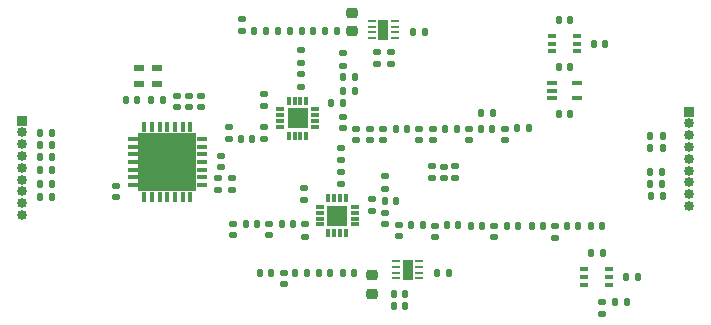
<source format=gbr>
%TF.GenerationSoftware,KiCad,Pcbnew,8.0.3*%
%TF.CreationDate,2024-07-25T00:21:40-07:00*%
%TF.ProjectId,radio_module,72616469-6f5f-46d6-9f64-756c652e6b69,rev?*%
%TF.SameCoordinates,Original*%
%TF.FileFunction,Soldermask,Top*%
%TF.FilePolarity,Negative*%
%FSLAX46Y46*%
G04 Gerber Fmt 4.6, Leading zero omitted, Abs format (unit mm)*
G04 Created by KiCad (PCBNEW 8.0.3) date 2024-07-25 00:21:40*
%MOMM*%
%LPD*%
G01*
G04 APERTURE LIST*
G04 Aperture macros list*
%AMRoundRect*
0 Rectangle with rounded corners*
0 $1 Rounding radius*
0 $2 $3 $4 $5 $6 $7 $8 $9 X,Y pos of 4 corners*
0 Add a 4 corners polygon primitive as box body*
4,1,4,$2,$3,$4,$5,$6,$7,$8,$9,$2,$3,0*
0 Add four circle primitives for the rounded corners*
1,1,$1+$1,$2,$3*
1,1,$1+$1,$4,$5*
1,1,$1+$1,$6,$7*
1,1,$1+$1,$8,$9*
0 Add four rect primitives between the rounded corners*
20,1,$1+$1,$2,$3,$4,$5,0*
20,1,$1+$1,$4,$5,$6,$7,0*
20,1,$1+$1,$6,$7,$8,$9,0*
20,1,$1+$1,$8,$9,$2,$3,0*%
G04 Aperture macros list end*
%ADD10RoundRect,0.147500X0.172500X-0.147500X0.172500X0.147500X-0.172500X0.147500X-0.172500X-0.147500X0*%
%ADD11RoundRect,0.140000X-0.170000X0.140000X-0.170000X-0.140000X0.170000X-0.140000X0.170000X0.140000X0*%
%ADD12RoundRect,0.147500X-0.172500X0.147500X-0.172500X-0.147500X0.172500X-0.147500X0.172500X0.147500X0*%
%ADD13R,0.787400X0.355600*%
%ADD14RoundRect,0.140000X-0.140000X-0.170000X0.140000X-0.170000X0.140000X0.170000X-0.140000X0.170000X0*%
%ADD15RoundRect,0.135000X-0.185000X0.135000X-0.185000X-0.135000X0.185000X-0.135000X0.185000X0.135000X0*%
%ADD16RoundRect,0.147500X-0.147500X-0.172500X0.147500X-0.172500X0.147500X0.172500X-0.147500X0.172500X0*%
%ADD17RoundRect,0.135000X0.135000X0.185000X-0.135000X0.185000X-0.135000X-0.185000X0.135000X-0.185000X0*%
%ADD18RoundRect,0.135000X-0.135000X-0.185000X0.135000X-0.185000X0.135000X0.185000X-0.135000X0.185000X0*%
%ADD19RoundRect,0.140000X0.140000X0.170000X-0.140000X0.170000X-0.140000X-0.170000X0.140000X-0.170000X0*%
%ADD20RoundRect,0.140000X0.170000X-0.140000X0.170000X0.140000X-0.170000X0.140000X-0.170000X-0.140000X0*%
%ADD21R,0.304800X0.812800*%
%ADD22R,0.812800X0.304800*%
%ADD23R,4.876800X4.876800*%
%ADD24R,0.850000X0.850000*%
%ADD25O,0.850000X0.850000*%
%ADD26R,0.750000X0.300000*%
%ADD27R,0.300000X0.750000*%
%ADD28R,1.750000X1.750000*%
%ADD29R,0.833300X0.355600*%
%ADD30RoundRect,0.135000X0.185000X-0.135000X0.185000X0.135000X-0.185000X0.135000X-0.185000X-0.135000X0*%
%ADD31RoundRect,0.218750X-0.256250X0.218750X-0.256250X-0.218750X0.256250X-0.218750X0.256250X0.218750X0*%
%ADD32R,0.660400X0.254000*%
%ADD33R,0.838200X1.651000*%
%ADD34RoundRect,0.218750X0.256250X-0.218750X0.256250X0.218750X-0.256250X0.218750X-0.256250X-0.218750X0*%
%ADD35R,0.863600X0.609600*%
G04 APERTURE END LIST*
D10*
%TO.C,L9*%
X134525000Y-102359000D03*
X134525000Y-101389000D03*
%TD*%
D11*
%TO.C,C35*%
X139807000Y-106414000D03*
X139807000Y-107374000D03*
%TD*%
D12*
%TO.C,L8*%
X117348000Y-98067000D03*
X117348000Y-99037000D03*
%TD*%
D10*
%TO.C,L7*%
X127000000Y-98148000D03*
X127000000Y-97178000D03*
%TD*%
D11*
%TO.C,C31*%
X116459000Y-102390000D03*
X116459000Y-103350000D03*
%TD*%
D13*
%TO.C,U5*%
X147396200Y-110094001D03*
X147396200Y-110744000D03*
X147396200Y-111393999D03*
X149529800Y-111393999D03*
X149529800Y-110744000D03*
X149529800Y-110094001D03*
%TD*%
D14*
%TO.C,C37*%
X147975000Y-106426000D03*
X148935000Y-106426000D03*
%TD*%
D11*
%TO.C,C1*%
X131064000Y-91722000D03*
X131064000Y-92682000D03*
%TD*%
D14*
%TO.C,C48*%
X135787000Y-106374000D03*
X136747000Y-106374000D03*
%TD*%
D11*
%TO.C,C39*%
X107772200Y-103025000D03*
X107772200Y-103985000D03*
%TD*%
D15*
%TO.C,R1*%
X123444000Y-91565000D03*
X123444000Y-92585000D03*
%TD*%
D11*
%TO.C,C49*%
X117729000Y-106231000D03*
X117729000Y-107191000D03*
%TD*%
D16*
%TO.C,L4*%
X138679000Y-98194000D03*
X139649000Y-98194000D03*
%TD*%
D15*
%TO.C,R3*%
X123444000Y-93597000D03*
X123444000Y-94617000D03*
%TD*%
D17*
%TO.C,R25*%
X102364000Y-100584000D03*
X101344000Y-100584000D03*
%TD*%
D18*
%TO.C,R23*%
X153053000Y-103886000D03*
X154073000Y-103886000D03*
%TD*%
D16*
%TO.C,L12*%
X145971200Y-106426000D03*
X146941200Y-106426000D03*
%TD*%
D15*
%TO.C,R12*%
X123662800Y-103237000D03*
X123662800Y-104257000D03*
%TD*%
D19*
%TO.C,C5*%
X111732000Y-95758000D03*
X110772000Y-95758000D03*
%TD*%
D20*
%TO.C,C16*%
X137668000Y-99182000D03*
X137668000Y-98222000D03*
%TD*%
D16*
%TO.C,L13*%
X119974500Y-110374999D03*
X120944500Y-110374999D03*
%TD*%
D15*
%TO.C,R2*%
X127000000Y-91819000D03*
X127000000Y-92839000D03*
%TD*%
D11*
%TO.C,C20*%
X128115000Y-98222000D03*
X128115000Y-99182000D03*
%TD*%
D18*
%TO.C,R13*%
X153035000Y-98806000D03*
X154055000Y-98806000D03*
%TD*%
D21*
%TO.C,U4*%
X114085116Y-98063558D03*
X113435130Y-98063558D03*
X112785144Y-98063558D03*
X112135158Y-98063558D03*
X111485172Y-98063558D03*
X110835186Y-98063558D03*
X110185200Y-98063558D03*
D22*
X109188758Y-99060000D03*
X109188758Y-99709986D03*
X109188758Y-100359972D03*
X109188758Y-101009958D03*
X109188758Y-101659944D03*
X109188758Y-102309930D03*
X109188758Y-102959916D03*
D21*
X110185200Y-103956358D03*
X110835186Y-103956358D03*
X111485172Y-103956358D03*
X112135158Y-103956358D03*
X112785144Y-103956358D03*
X113435130Y-103956358D03*
X114085116Y-103956358D03*
D22*
X115081558Y-102959916D03*
X115081558Y-102309930D03*
X115081558Y-101659944D03*
X115081558Y-101009958D03*
X115081558Y-100359972D03*
X115081558Y-99709986D03*
X115081558Y-99060000D03*
D23*
X112135158Y-101009958D03*
%TD*%
D11*
%TO.C,C15*%
X134620000Y-98222000D03*
X134620000Y-99182000D03*
%TD*%
D14*
%TO.C,C19*%
X131473000Y-98194000D03*
X132433000Y-98194000D03*
%TD*%
%TO.C,C10*%
X127028000Y-93853000D03*
X127988000Y-93853000D03*
%TD*%
D18*
%TO.C,R5*%
X125982000Y-96012000D03*
X127002000Y-96012000D03*
%TD*%
D11*
%TO.C,C42*%
X121983500Y-110402999D03*
X121983500Y-111362999D03*
%TD*%
D24*
%TO.C,J4*%
X99822000Y-97505000D03*
D25*
X99822000Y-98505000D03*
X99822000Y-99505000D03*
X99822000Y-100505000D03*
X99822000Y-101505000D03*
X99822000Y-102505000D03*
X99822000Y-103505000D03*
X99822000Y-104505000D03*
X99822000Y-105505000D03*
%TD*%
D16*
%TO.C,L2*%
X119491900Y-89916001D03*
X120461900Y-89916001D03*
%TD*%
D14*
%TO.C,C55*%
X126997000Y-110371000D03*
X127957000Y-110371000D03*
%TD*%
D24*
%TO.C,J3*%
X156337000Y-96743000D03*
D25*
X156337000Y-97743000D03*
X156337000Y-98743000D03*
X156337000Y-99743000D03*
X156337000Y-100743000D03*
X156337000Y-101743000D03*
X156337000Y-102743000D03*
X156337000Y-103743000D03*
X156337000Y-104743000D03*
%TD*%
D26*
%TO.C,IC2*%
X125016000Y-104799000D03*
X125016000Y-105299000D03*
X125016000Y-105799000D03*
X125016000Y-106299000D03*
D27*
X125766000Y-107049000D03*
X126266000Y-107049000D03*
X126766000Y-107049000D03*
X127266000Y-107049000D03*
D26*
X128016000Y-106299000D03*
X128016000Y-105799000D03*
X128016000Y-105299000D03*
X128016000Y-104799000D03*
D27*
X127266000Y-104049000D03*
X126766000Y-104049000D03*
X126266000Y-104049000D03*
X125766000Y-104049000D03*
D28*
X126516000Y-105549000D03*
%TD*%
D14*
%TO.C,C8*%
X123512500Y-89916001D03*
X124472500Y-89916001D03*
%TD*%
D12*
%TO.C,L3*%
X118452900Y-88931000D03*
X118452900Y-89901000D03*
%TD*%
D15*
%TO.C,R10*%
X126837800Y-101840000D03*
X126837800Y-102860000D03*
%TD*%
D19*
%TO.C,C3*%
X133921700Y-90043000D03*
X132961700Y-90043000D03*
%TD*%
%TO.C,C9*%
X146253051Y-88981001D03*
X145293051Y-88981001D03*
%TD*%
D14*
%TO.C,C14*%
X135664000Y-98194000D03*
X136624000Y-98194000D03*
%TD*%
D10*
%TO.C,L6*%
X133477000Y-99187000D03*
X133477000Y-98217000D03*
%TD*%
D29*
%TO.C,U3*%
X144734102Y-94331002D03*
X144734102Y-94981001D03*
X144734102Y-95631000D03*
X146812000Y-95631000D03*
X146812000Y-94331002D03*
%TD*%
D14*
%TO.C,C18*%
X118341200Y-99060000D03*
X119301200Y-99060000D03*
%TD*%
%TO.C,C11*%
X148267051Y-90981001D03*
X149227051Y-90981001D03*
%TD*%
D30*
%TO.C,R8*%
X148963000Y-113883000D03*
X148963000Y-112863000D03*
%TD*%
D16*
%TO.C,L11*%
X142971200Y-106426000D03*
X143941200Y-106426000D03*
%TD*%
D30*
%TO.C,R6*%
X120345200Y-99062000D03*
X120345200Y-98042000D03*
%TD*%
D11*
%TO.C,C21*%
X129258000Y-98222000D03*
X129258000Y-99182000D03*
%TD*%
D16*
%TO.C,L16*%
X132782000Y-106374000D03*
X133752000Y-106374000D03*
%TD*%
D14*
%TO.C,C47*%
X121821000Y-106299000D03*
X122781000Y-106299000D03*
%TD*%
D10*
%TO.C,L17*%
X120777000Y-107188000D03*
X120777000Y-106218000D03*
%TD*%
D20*
%TO.C,C27*%
X116713000Y-101445000D03*
X116713000Y-100485000D03*
%TD*%
D17*
%TO.C,R17*%
X102364000Y-104013000D03*
X101344000Y-104013000D03*
%TD*%
D11*
%TO.C,C2*%
X129921000Y-91722000D03*
X129921000Y-92682000D03*
%TD*%
%TO.C,C28*%
X135525000Y-101394000D03*
X135525000Y-102354000D03*
%TD*%
D31*
%TO.C,L1*%
X127762000Y-88370500D03*
X127762000Y-89945500D03*
%TD*%
D15*
%TO.C,R20*%
X123825000Y-106297000D03*
X123825000Y-107317000D03*
%TD*%
D14*
%TO.C,C7*%
X121528900Y-89924000D03*
X122488900Y-89924000D03*
%TD*%
D18*
%TO.C,R16*%
X153035000Y-99822000D03*
X154055000Y-99822000D03*
%TD*%
D11*
%TO.C,C22*%
X130401000Y-98222000D03*
X130401000Y-99182000D03*
%TD*%
D10*
%TO.C,L14*%
X130597000Y-106264000D03*
X130597000Y-105294000D03*
%TD*%
D11*
%TO.C,C26*%
X114995200Y-95405000D03*
X114995200Y-96365000D03*
%TD*%
D20*
%TO.C,C23*%
X113995200Y-96365000D03*
X113995200Y-95405000D03*
%TD*%
D14*
%TO.C,C52*%
X131282500Y-113168999D03*
X132242500Y-113168999D03*
%TD*%
D32*
%TO.C,U6*%
X133477000Y-110871000D03*
X133477000Y-110370999D03*
X133477000Y-109870999D03*
X133477000Y-109370998D03*
X131470400Y-109370998D03*
X131470400Y-109870999D03*
X131470400Y-110370999D03*
X131470400Y-110871000D03*
D33*
X132473700Y-110120999D03*
%TD*%
D14*
%TO.C,C43*%
X130548800Y-104295000D03*
X131508800Y-104295000D03*
%TD*%
D34*
%TO.C,L18*%
X129477000Y-112158500D03*
X129477000Y-110583500D03*
%TD*%
D19*
%TO.C,C24*%
X146253051Y-96981001D03*
X145293051Y-96981001D03*
%TD*%
D11*
%TO.C,C50*%
X131703000Y-106315000D03*
X131703000Y-107275000D03*
%TD*%
D14*
%TO.C,C12*%
X138712000Y-96901000D03*
X139672000Y-96901000D03*
%TD*%
D16*
%TO.C,L10*%
X137822000Y-106414000D03*
X138792000Y-106414000D03*
%TD*%
D20*
%TO.C,C36*%
X144956200Y-107406000D03*
X144956200Y-106446000D03*
%TD*%
D15*
%TO.C,R7*%
X126873000Y-99820000D03*
X126873000Y-100840000D03*
%TD*%
D17*
%TO.C,R14*%
X102364000Y-98552000D03*
X101344000Y-98552000D03*
%TD*%
%TO.C,R22*%
X102364000Y-101727000D03*
X101344000Y-101727000D03*
%TD*%
D14*
%TO.C,C40*%
X122977000Y-110371000D03*
X123937000Y-110371000D03*
%TD*%
D20*
%TO.C,C17*%
X140688000Y-99182000D03*
X140688000Y-98222000D03*
%TD*%
D15*
%TO.C,R9*%
X130556000Y-102233000D03*
X130556000Y-103253000D03*
%TD*%
D14*
%TO.C,C6*%
X108613000Y-95758000D03*
X109573000Y-95758000D03*
%TD*%
D35*
%TO.C,XTAL1*%
X111213900Y-94401000D03*
X111213900Y-93051000D03*
X109766100Y-93051000D03*
X109766100Y-94401000D03*
%TD*%
D19*
%TO.C,C38*%
X151943000Y-110744000D03*
X150983000Y-110744000D03*
%TD*%
D16*
%TO.C,L5*%
X141755000Y-98171000D03*
X142725000Y-98171000D03*
%TD*%
D32*
%TO.C,U1*%
X131432300Y-90543001D03*
X131432300Y-90043000D03*
X131432300Y-89543000D03*
X131432300Y-89042999D03*
X129425700Y-89042999D03*
X129425700Y-89543000D03*
X129425700Y-90043000D03*
X129425700Y-90543001D03*
D33*
X130429000Y-89793000D03*
%TD*%
D14*
%TO.C,C33*%
X140882200Y-106406000D03*
X141842200Y-106406000D03*
%TD*%
D11*
%TO.C,C29*%
X136525000Y-101374000D03*
X136525000Y-102334000D03*
%TD*%
D20*
%TO.C,C32*%
X117602000Y-103350000D03*
X117602000Y-102390000D03*
%TD*%
D15*
%TO.C,R4*%
X120345200Y-95248000D03*
X120345200Y-96268000D03*
%TD*%
%TO.C,R15*%
X129454000Y-104126000D03*
X129454000Y-105146000D03*
%TD*%
D26*
%TO.C,IC1*%
X121651200Y-96556000D03*
X121651200Y-97056000D03*
X121651200Y-97556000D03*
X121651200Y-98056000D03*
D27*
X122401200Y-98806000D03*
X122901200Y-98806000D03*
X123401200Y-98806000D03*
X123901200Y-98806000D03*
D26*
X124651200Y-98056000D03*
X124651200Y-97556000D03*
X124651200Y-97056000D03*
X124651200Y-96556000D03*
D27*
X123901200Y-95806000D03*
X123401200Y-95806000D03*
X122901200Y-95806000D03*
X122401200Y-95806000D03*
D28*
X123151200Y-97306000D03*
%TD*%
D14*
%TO.C,C4*%
X125512500Y-89916001D03*
X126472500Y-89916001D03*
%TD*%
D19*
%TO.C,C54*%
X135957000Y-110374999D03*
X134997000Y-110374999D03*
%TD*%
%TO.C,C25*%
X146253051Y-92981001D03*
X145293051Y-92981001D03*
%TD*%
D14*
%TO.C,C13*%
X127028000Y-94996000D03*
X127988000Y-94996000D03*
%TD*%
D11*
%TO.C,C30*%
X112979200Y-95405000D03*
X112979200Y-96365000D03*
%TD*%
D18*
%TO.C,R18*%
X153033000Y-101854000D03*
X154053000Y-101854000D03*
%TD*%
D14*
%TO.C,C53*%
X131282500Y-112168999D03*
X132242500Y-112168999D03*
%TD*%
D18*
%TO.C,R11*%
X150035800Y-112903000D03*
X151055800Y-112903000D03*
%TD*%
D16*
%TO.C,L15*%
X118768000Y-106243000D03*
X119738000Y-106243000D03*
%TD*%
D19*
%TO.C,C34*%
X148993800Y-108712000D03*
X148033800Y-108712000D03*
%TD*%
D13*
%TO.C,U2*%
X144706251Y-90331002D03*
X144706251Y-90981001D03*
X144706251Y-91631000D03*
X146839851Y-91631000D03*
X146839851Y-90981001D03*
X146839851Y-90331002D03*
%TD*%
D11*
%TO.C,C51*%
X134767000Y-106394000D03*
X134767000Y-107354000D03*
%TD*%
D17*
%TO.C,R19*%
X102364000Y-102870000D03*
X101344000Y-102870000D03*
%TD*%
%TO.C,R24*%
X102364000Y-99568000D03*
X101344000Y-99568000D03*
%TD*%
D18*
%TO.C,R21*%
X153033000Y-102870000D03*
X154053000Y-102870000D03*
%TD*%
D14*
%TO.C,C41*%
X124977000Y-110371000D03*
X125937000Y-110371000D03*
%TD*%
M02*

</source>
